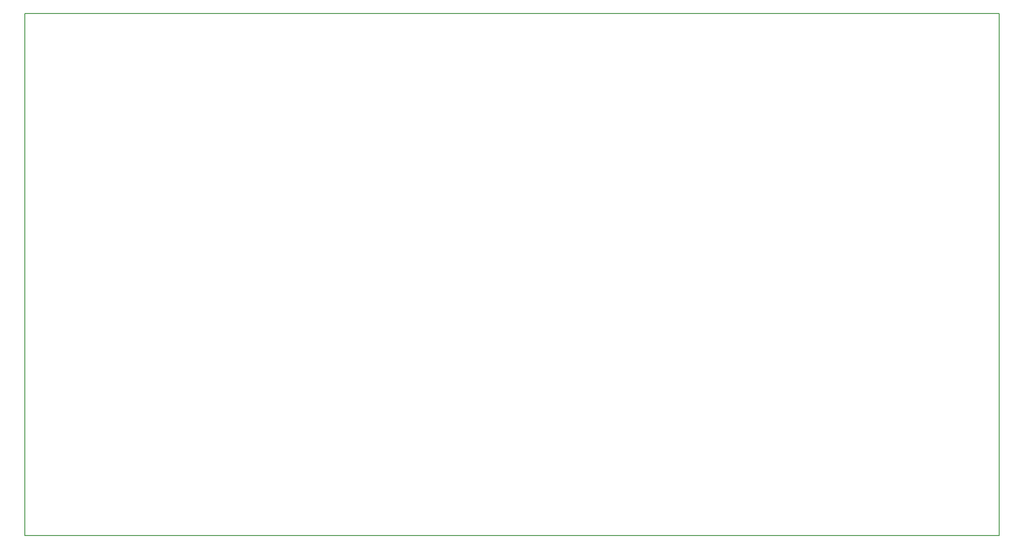
<source format=gbr>
G04 #@! TF.FileFunction,Profile,NP*
%FSLAX46Y46*%
G04 Gerber Fmt 4.6, Leading zero omitted, Abs format (unit mm)*
G04 Created by KiCad (PCBNEW 4.0.2-stable) date 4/21/2016 11:29:13 AM*
%MOMM*%
G01*
G04 APERTURE LIST*
%ADD10C,0.100000*%
%ADD11C,0.150000*%
G04 APERTURE END LIST*
D10*
D11*
X246380000Y-142240000D02*
X56896000Y-142240000D01*
X56896000Y-142240000D02*
X56896000Y-40640000D01*
X246380000Y-40640000D02*
X246380000Y-142240000D01*
X56896000Y-40640000D02*
X246380000Y-40640000D01*
M02*

</source>
